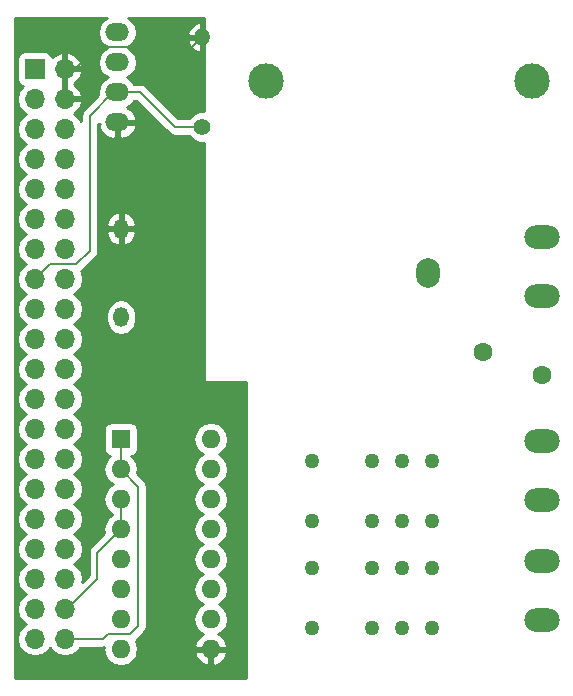
<source format=gbr>
G04 #@! TF.FileFunction,Copper,L2,Bot,Signal*
%FSLAX46Y46*%
G04 Gerber Fmt 4.6, Leading zero omitted, Abs format (unit mm)*
G04 Created by KiCad (PCBNEW 4.0.7) date 06/28/18 12:54:00*
%MOMM*%
%LPD*%
G01*
G04 APERTURE LIST*
%ADD10C,0.100000*%
%ADD11C,1.270000*%
%ADD12C,3.000000*%
%ADD13R,1.700000X1.700000*%
%ADD14O,1.700000X1.700000*%
%ADD15O,3.000000X2.000000*%
%ADD16C,1.400000*%
%ADD17O,1.400000X1.400000*%
%ADD18C,1.600000*%
%ADD19O,2.000000X1.500000*%
%ADD20R,1.600000X1.600000*%
%ADD21O,1.600000X1.600000*%
%ADD22O,2.000000X2.500000*%
%ADD23O,1.300000X1.700000*%
%ADD24C,0.200000*%
%ADD25C,0.254000*%
G04 APERTURE END LIST*
D10*
D11*
X60274600Y-79830000D03*
X65354600Y-79830000D03*
X67894600Y-79830000D03*
X70434600Y-79830000D03*
X70434600Y-74750000D03*
X67894600Y-74750000D03*
X65354600Y-74750000D03*
X60274600Y-74750000D03*
X60274600Y-70830000D03*
X65354600Y-70830000D03*
X67894600Y-70830000D03*
X70434600Y-70830000D03*
X70434600Y-65750000D03*
X67894600Y-65750000D03*
X65354600Y-65750000D03*
X60274600Y-65750000D03*
D12*
X78892400Y-33528000D03*
X56392400Y-33528000D03*
D13*
X36830000Y-32512000D03*
D14*
X39370000Y-32512000D03*
X36830000Y-35052000D03*
X39370000Y-35052000D03*
X36830000Y-37592000D03*
X39370000Y-37592000D03*
X36830000Y-40132000D03*
X39370000Y-40132000D03*
X36830000Y-42672000D03*
X39370000Y-42672000D03*
X36830000Y-45212000D03*
X39370000Y-45212000D03*
X36830000Y-47752000D03*
X39370000Y-47752000D03*
X36830000Y-50292000D03*
X39370000Y-50292000D03*
X36830000Y-52832000D03*
X39370000Y-52832000D03*
X36830000Y-55372000D03*
X39370000Y-55372000D03*
X36830000Y-57912000D03*
X39370000Y-57912000D03*
X36830000Y-60452000D03*
X39370000Y-60452000D03*
X36830000Y-62992000D03*
X39370000Y-62992000D03*
X36830000Y-65532000D03*
X39370000Y-65532000D03*
X36830000Y-68072000D03*
X39370000Y-68072000D03*
X36830000Y-70612000D03*
X39370000Y-70612000D03*
X36830000Y-73152000D03*
X39370000Y-73152000D03*
X36830000Y-75692000D03*
X39370000Y-75692000D03*
X36830000Y-78232000D03*
X39370000Y-78232000D03*
X36830000Y-80772000D03*
X39370000Y-80772000D03*
D15*
X79756000Y-79208000D03*
X79756000Y-74208000D03*
X79756000Y-51776000D03*
X79756000Y-46776000D03*
X79756000Y-69048000D03*
X79756000Y-64048000D03*
D16*
X51003200Y-37439600D03*
D17*
X51003200Y-29819600D03*
D18*
X79756000Y-58420000D03*
X74756000Y-56520000D03*
D19*
X43797600Y-37033200D03*
X43797600Y-34493200D03*
X43797600Y-31953200D03*
X43797600Y-29413200D03*
D20*
X44094400Y-63855600D03*
D21*
X51714400Y-81635600D03*
X44094400Y-66395600D03*
X51714400Y-79095600D03*
X44094400Y-68935600D03*
X51714400Y-76555600D03*
X44094400Y-71475600D03*
X51714400Y-74015600D03*
X44094400Y-74015600D03*
X51714400Y-71475600D03*
X44094400Y-76555600D03*
X51714400Y-68935600D03*
X44094400Y-79095600D03*
X51714400Y-66395600D03*
X44094400Y-81635600D03*
X51714400Y-63855600D03*
D22*
X70116000Y-49784000D03*
D23*
X44116000Y-46034000D03*
X44116000Y-53534000D03*
D24*
X39370000Y-32512000D02*
X40182800Y-32512000D01*
X40182800Y-32512000D02*
X42011600Y-30683200D01*
X42011600Y-30683200D02*
X50139600Y-30683200D01*
X50139600Y-30683200D02*
X51003200Y-29819600D01*
X51003200Y-37439600D02*
X48666400Y-37439600D01*
X45720000Y-34493200D02*
X43434000Y-34493200D01*
X48666400Y-37439600D02*
X45720000Y-34493200D01*
X43434000Y-34493200D02*
X41452800Y-36474400D01*
X41452800Y-36474400D02*
X41452800Y-47904400D01*
X41452800Y-47904400D02*
X40335200Y-49022000D01*
X40335200Y-49022000D02*
X38100000Y-49022000D01*
X38100000Y-49022000D02*
X36830000Y-50292000D01*
X39370000Y-78232000D02*
X39573200Y-78232000D01*
X39573200Y-78232000D02*
X42113200Y-75692000D01*
X42113200Y-75692000D02*
X42113200Y-73456800D01*
X42113200Y-73456800D02*
X44094400Y-71475600D01*
X44094400Y-71475600D02*
X44094400Y-68935600D01*
X39370000Y-80772000D02*
X42570400Y-80772000D01*
X45567600Y-67868800D02*
X44094400Y-66395600D01*
X45567600Y-79705200D02*
X45567600Y-67868800D01*
X44907200Y-80365600D02*
X45567600Y-79705200D01*
X42976800Y-80365600D02*
X44907200Y-80365600D01*
X42570400Y-80772000D02*
X42976800Y-80365600D01*
X44094400Y-66395600D02*
X44094400Y-63855600D01*
D25*
G36*
X42536225Y-28433857D02*
X42235995Y-28883183D01*
X42130568Y-29413200D01*
X42235995Y-29943217D01*
X42536225Y-30392543D01*
X42971224Y-30683200D01*
X42536225Y-30973857D01*
X42235995Y-31423183D01*
X42130568Y-31953200D01*
X42235995Y-32483217D01*
X42536225Y-32932543D01*
X42971224Y-33223200D01*
X42536225Y-33513857D01*
X42235995Y-33963183D01*
X42130568Y-34493200D01*
X42174366Y-34713387D01*
X40933077Y-35954677D01*
X40773749Y-36193128D01*
X40717800Y-36474400D01*
X40717800Y-36944015D01*
X40449147Y-36541946D01*
X40108447Y-36314298D01*
X40251358Y-36247183D01*
X40641645Y-35818924D01*
X40811476Y-35408890D01*
X40690155Y-35179000D01*
X39497000Y-35179000D01*
X39497000Y-35199000D01*
X39243000Y-35199000D01*
X39243000Y-35179000D01*
X39223000Y-35179000D01*
X39223000Y-34925000D01*
X39243000Y-34925000D01*
X39243000Y-32639000D01*
X39497000Y-32639000D01*
X39497000Y-34925000D01*
X40690155Y-34925000D01*
X40811476Y-34695110D01*
X40641645Y-34285076D01*
X40251358Y-33856817D01*
X40092046Y-33782000D01*
X40251358Y-33707183D01*
X40641645Y-33278924D01*
X40811476Y-32868890D01*
X40690155Y-32639000D01*
X39497000Y-32639000D01*
X39243000Y-32639000D01*
X39223000Y-32639000D01*
X39223000Y-32385000D01*
X39243000Y-32385000D01*
X39243000Y-31191181D01*
X39497000Y-31191181D01*
X39497000Y-32385000D01*
X40690155Y-32385000D01*
X40811476Y-32155110D01*
X40641645Y-31745076D01*
X40251358Y-31316817D01*
X39726892Y-31070514D01*
X39497000Y-31191181D01*
X39243000Y-31191181D01*
X39013108Y-31070514D01*
X38488642Y-31316817D01*
X38301192Y-31522504D01*
X38283162Y-31426683D01*
X38144090Y-31210559D01*
X37931890Y-31065569D01*
X37680000Y-31014560D01*
X35980000Y-31014560D01*
X35744683Y-31058838D01*
X35528559Y-31197910D01*
X35383569Y-31410110D01*
X35332560Y-31662000D01*
X35332560Y-33362000D01*
X35376838Y-33597317D01*
X35515910Y-33813441D01*
X35728110Y-33958431D01*
X35795541Y-33972086D01*
X35750853Y-34001946D01*
X35428946Y-34483715D01*
X35315907Y-35052000D01*
X35428946Y-35620285D01*
X35750853Y-36102054D01*
X36080026Y-36322000D01*
X35750853Y-36541946D01*
X35428946Y-37023715D01*
X35315907Y-37592000D01*
X35428946Y-38160285D01*
X35750853Y-38642054D01*
X36080026Y-38862000D01*
X35750853Y-39081946D01*
X35428946Y-39563715D01*
X35315907Y-40132000D01*
X35428946Y-40700285D01*
X35750853Y-41182054D01*
X36080026Y-41402000D01*
X35750853Y-41621946D01*
X35428946Y-42103715D01*
X35315907Y-42672000D01*
X35428946Y-43240285D01*
X35750853Y-43722054D01*
X36080026Y-43942000D01*
X35750853Y-44161946D01*
X35428946Y-44643715D01*
X35315907Y-45212000D01*
X35428946Y-45780285D01*
X35750853Y-46262054D01*
X36080026Y-46482000D01*
X35750853Y-46701946D01*
X35428946Y-47183715D01*
X35315907Y-47752000D01*
X35428946Y-48320285D01*
X35750853Y-48802054D01*
X36080026Y-49022000D01*
X35750853Y-49241946D01*
X35428946Y-49723715D01*
X35315907Y-50292000D01*
X35428946Y-50860285D01*
X35750853Y-51342054D01*
X36080026Y-51562000D01*
X35750853Y-51781946D01*
X35428946Y-52263715D01*
X35315907Y-52832000D01*
X35428946Y-53400285D01*
X35750853Y-53882054D01*
X36080026Y-54102000D01*
X35750853Y-54321946D01*
X35428946Y-54803715D01*
X35315907Y-55372000D01*
X35428946Y-55940285D01*
X35750853Y-56422054D01*
X36080026Y-56642000D01*
X35750853Y-56861946D01*
X35428946Y-57343715D01*
X35315907Y-57912000D01*
X35428946Y-58480285D01*
X35750853Y-58962054D01*
X36080026Y-59182000D01*
X35750853Y-59401946D01*
X35428946Y-59883715D01*
X35315907Y-60452000D01*
X35428946Y-61020285D01*
X35750853Y-61502054D01*
X36080026Y-61722000D01*
X35750853Y-61941946D01*
X35428946Y-62423715D01*
X35315907Y-62992000D01*
X35428946Y-63560285D01*
X35750853Y-64042054D01*
X36080026Y-64262000D01*
X35750853Y-64481946D01*
X35428946Y-64963715D01*
X35315907Y-65532000D01*
X35428946Y-66100285D01*
X35750853Y-66582054D01*
X36080026Y-66802000D01*
X35750853Y-67021946D01*
X35428946Y-67503715D01*
X35315907Y-68072000D01*
X35428946Y-68640285D01*
X35750853Y-69122054D01*
X36080026Y-69342000D01*
X35750853Y-69561946D01*
X35428946Y-70043715D01*
X35315907Y-70612000D01*
X35428946Y-71180285D01*
X35750853Y-71662054D01*
X36080026Y-71882000D01*
X35750853Y-72101946D01*
X35428946Y-72583715D01*
X35315907Y-73152000D01*
X35428946Y-73720285D01*
X35750853Y-74202054D01*
X36080026Y-74422000D01*
X35750853Y-74641946D01*
X35428946Y-75123715D01*
X35315907Y-75692000D01*
X35428946Y-76260285D01*
X35750853Y-76742054D01*
X36080026Y-76962000D01*
X35750853Y-77181946D01*
X35428946Y-77663715D01*
X35315907Y-78232000D01*
X35428946Y-78800285D01*
X35750853Y-79282054D01*
X36080026Y-79502000D01*
X35750853Y-79721946D01*
X35428946Y-80203715D01*
X35315907Y-80772000D01*
X35428946Y-81340285D01*
X35750853Y-81822054D01*
X36232622Y-82143961D01*
X36800907Y-82257000D01*
X36859093Y-82257000D01*
X37427378Y-82143961D01*
X37909147Y-81822054D01*
X38100000Y-81536422D01*
X38290853Y-81822054D01*
X38772622Y-82143961D01*
X39340907Y-82257000D01*
X39399093Y-82257000D01*
X39967378Y-82143961D01*
X40449147Y-81822054D01*
X40659659Y-81507000D01*
X42570400Y-81507000D01*
X42660429Y-81489092D01*
X42631287Y-81635600D01*
X42740520Y-82184751D01*
X43051589Y-82650298D01*
X43517136Y-82961367D01*
X44066287Y-83070600D01*
X44122513Y-83070600D01*
X44671664Y-82961367D01*
X45137211Y-82650298D01*
X45448280Y-82184751D01*
X45488084Y-81984639D01*
X50322496Y-81984639D01*
X50483359Y-82373023D01*
X50859266Y-82787989D01*
X51365359Y-83027514D01*
X51587400Y-82906229D01*
X51587400Y-81762600D01*
X51841400Y-81762600D01*
X51841400Y-82906229D01*
X52063441Y-83027514D01*
X52569534Y-82787989D01*
X52945441Y-82373023D01*
X53106304Y-81984639D01*
X52984315Y-81762600D01*
X51841400Y-81762600D01*
X51587400Y-81762600D01*
X50444485Y-81762600D01*
X50322496Y-81984639D01*
X45488084Y-81984639D01*
X45557513Y-81635600D01*
X45448280Y-81086449D01*
X45348780Y-80937537D01*
X45426923Y-80885323D01*
X46087324Y-80224923D01*
X46246651Y-79986472D01*
X46302600Y-79705200D01*
X46302600Y-67868800D01*
X46246651Y-67587528D01*
X46246651Y-67587527D01*
X46087323Y-67349076D01*
X45487222Y-66748976D01*
X45557513Y-66395600D01*
X45448280Y-65846449D01*
X45137211Y-65380902D01*
X44992935Y-65284499D01*
X45129717Y-65258762D01*
X45345841Y-65119690D01*
X45490831Y-64907490D01*
X45541840Y-64655600D01*
X45541840Y-63855600D01*
X50251287Y-63855600D01*
X50360520Y-64404751D01*
X50671589Y-64870298D01*
X51053675Y-65125600D01*
X50671589Y-65380902D01*
X50360520Y-65846449D01*
X50251287Y-66395600D01*
X50360520Y-66944751D01*
X50671589Y-67410298D01*
X51053675Y-67665600D01*
X50671589Y-67920902D01*
X50360520Y-68386449D01*
X50251287Y-68935600D01*
X50360520Y-69484751D01*
X50671589Y-69950298D01*
X51053675Y-70205600D01*
X50671589Y-70460902D01*
X50360520Y-70926449D01*
X50251287Y-71475600D01*
X50360520Y-72024751D01*
X50671589Y-72490298D01*
X51053675Y-72745600D01*
X50671589Y-73000902D01*
X50360520Y-73466449D01*
X50251287Y-74015600D01*
X50360520Y-74564751D01*
X50671589Y-75030298D01*
X51053675Y-75285600D01*
X50671589Y-75540902D01*
X50360520Y-76006449D01*
X50251287Y-76555600D01*
X50360520Y-77104751D01*
X50671589Y-77570298D01*
X51053675Y-77825600D01*
X50671589Y-78080902D01*
X50360520Y-78546449D01*
X50251287Y-79095600D01*
X50360520Y-79644751D01*
X50671589Y-80110298D01*
X51076103Y-80380586D01*
X50859266Y-80483211D01*
X50483359Y-80898177D01*
X50322496Y-81286561D01*
X50444485Y-81508600D01*
X51587400Y-81508600D01*
X51587400Y-81488600D01*
X51841400Y-81488600D01*
X51841400Y-81508600D01*
X52984315Y-81508600D01*
X53106304Y-81286561D01*
X52945441Y-80898177D01*
X52569534Y-80483211D01*
X52352697Y-80380586D01*
X52757211Y-80110298D01*
X53068280Y-79644751D01*
X53177513Y-79095600D01*
X53068280Y-78546449D01*
X52757211Y-78080902D01*
X52375125Y-77825600D01*
X52757211Y-77570298D01*
X53068280Y-77104751D01*
X53177513Y-76555600D01*
X53068280Y-76006449D01*
X52757211Y-75540902D01*
X52375125Y-75285600D01*
X52757211Y-75030298D01*
X53068280Y-74564751D01*
X53177513Y-74015600D01*
X53068280Y-73466449D01*
X52757211Y-73000902D01*
X52375125Y-72745600D01*
X52757211Y-72490298D01*
X53068280Y-72024751D01*
X53177513Y-71475600D01*
X53068280Y-70926449D01*
X52757211Y-70460902D01*
X52375125Y-70205600D01*
X52757211Y-69950298D01*
X53068280Y-69484751D01*
X53177513Y-68935600D01*
X53068280Y-68386449D01*
X52757211Y-67920902D01*
X52375125Y-67665600D01*
X52757211Y-67410298D01*
X53068280Y-66944751D01*
X53177513Y-66395600D01*
X53068280Y-65846449D01*
X52757211Y-65380902D01*
X52375125Y-65125600D01*
X52757211Y-64870298D01*
X53068280Y-64404751D01*
X53177513Y-63855600D01*
X53068280Y-63306449D01*
X52757211Y-62840902D01*
X52291664Y-62529833D01*
X51742513Y-62420600D01*
X51686287Y-62420600D01*
X51137136Y-62529833D01*
X50671589Y-62840902D01*
X50360520Y-63306449D01*
X50251287Y-63855600D01*
X45541840Y-63855600D01*
X45541840Y-63055600D01*
X45497562Y-62820283D01*
X45358490Y-62604159D01*
X45146290Y-62459169D01*
X44894400Y-62408160D01*
X43294400Y-62408160D01*
X43059083Y-62452438D01*
X42842959Y-62591510D01*
X42697969Y-62803710D01*
X42646960Y-63055600D01*
X42646960Y-64655600D01*
X42691238Y-64890917D01*
X42830310Y-65107041D01*
X43042510Y-65252031D01*
X43197489Y-65283415D01*
X43051589Y-65380902D01*
X42740520Y-65846449D01*
X42631287Y-66395600D01*
X42740520Y-66944751D01*
X43051589Y-67410298D01*
X43433675Y-67665600D01*
X43051589Y-67920902D01*
X42740520Y-68386449D01*
X42631287Y-68935600D01*
X42740520Y-69484751D01*
X43051589Y-69950298D01*
X43359400Y-70155971D01*
X43359400Y-70255229D01*
X43051589Y-70460902D01*
X42740520Y-70926449D01*
X42631287Y-71475600D01*
X42701578Y-71828976D01*
X41593477Y-72937077D01*
X41434149Y-73175528D01*
X41378200Y-73456800D01*
X41378200Y-75387553D01*
X40837000Y-75928754D01*
X40884093Y-75692000D01*
X40771054Y-75123715D01*
X40449147Y-74641946D01*
X40119974Y-74422000D01*
X40449147Y-74202054D01*
X40771054Y-73720285D01*
X40884093Y-73152000D01*
X40771054Y-72583715D01*
X40449147Y-72101946D01*
X40119974Y-71882000D01*
X40449147Y-71662054D01*
X40771054Y-71180285D01*
X40884093Y-70612000D01*
X40771054Y-70043715D01*
X40449147Y-69561946D01*
X40119974Y-69342000D01*
X40449147Y-69122054D01*
X40771054Y-68640285D01*
X40884093Y-68072000D01*
X40771054Y-67503715D01*
X40449147Y-67021946D01*
X40119974Y-66802000D01*
X40449147Y-66582054D01*
X40771054Y-66100285D01*
X40884093Y-65532000D01*
X40771054Y-64963715D01*
X40449147Y-64481946D01*
X40119974Y-64262000D01*
X40449147Y-64042054D01*
X40771054Y-63560285D01*
X40884093Y-62992000D01*
X40771054Y-62423715D01*
X40449147Y-61941946D01*
X40119974Y-61722000D01*
X40449147Y-61502054D01*
X40771054Y-61020285D01*
X40884093Y-60452000D01*
X40771054Y-59883715D01*
X40449147Y-59401946D01*
X40119974Y-59182000D01*
X40449147Y-58962054D01*
X40771054Y-58480285D01*
X40884093Y-57912000D01*
X40771054Y-57343715D01*
X40449147Y-56861946D01*
X40119974Y-56642000D01*
X40449147Y-56422054D01*
X40771054Y-55940285D01*
X40884093Y-55372000D01*
X40771054Y-54803715D01*
X40449147Y-54321946D01*
X40119974Y-54102000D01*
X40449147Y-53882054D01*
X40771054Y-53400285D01*
X40799971Y-53254907D01*
X42881000Y-53254907D01*
X42881000Y-53813093D01*
X42975009Y-54285707D01*
X43242723Y-54686370D01*
X43643386Y-54954084D01*
X44116000Y-55048093D01*
X44588614Y-54954084D01*
X44989277Y-54686370D01*
X45256991Y-54285707D01*
X45351000Y-53813093D01*
X45351000Y-53254907D01*
X45256991Y-52782293D01*
X44989277Y-52381630D01*
X44588614Y-52113916D01*
X44116000Y-52019907D01*
X43643386Y-52113916D01*
X43242723Y-52381630D01*
X42975009Y-52782293D01*
X42881000Y-53254907D01*
X40799971Y-53254907D01*
X40884093Y-52832000D01*
X40771054Y-52263715D01*
X40449147Y-51781946D01*
X40119974Y-51562000D01*
X40449147Y-51342054D01*
X40771054Y-50860285D01*
X40884093Y-50292000D01*
X40771054Y-49723715D01*
X40712872Y-49636639D01*
X40854923Y-49541723D01*
X41972523Y-48424124D01*
X42131851Y-48185672D01*
X42187800Y-47904400D01*
X42187800Y-46356696D01*
X42870744Y-46356696D01*
X42993353Y-46827701D01*
X43286875Y-47215933D01*
X43706624Y-47462286D01*
X43798391Y-47477462D01*
X43989000Y-47352731D01*
X43989000Y-46161000D01*
X44243000Y-46161000D01*
X44243000Y-47352731D01*
X44433609Y-47477462D01*
X44525376Y-47462286D01*
X44945125Y-47215933D01*
X45238647Y-46827701D01*
X45361256Y-46356696D01*
X45198547Y-46161000D01*
X44243000Y-46161000D01*
X43989000Y-46161000D01*
X43033453Y-46161000D01*
X42870744Y-46356696D01*
X42187800Y-46356696D01*
X42187800Y-45711304D01*
X42870744Y-45711304D01*
X43033453Y-45907000D01*
X43989000Y-45907000D01*
X43989000Y-44715269D01*
X44243000Y-44715269D01*
X44243000Y-45907000D01*
X45198547Y-45907000D01*
X45361256Y-45711304D01*
X45238647Y-45240299D01*
X44945125Y-44852067D01*
X44525376Y-44605714D01*
X44433609Y-44590538D01*
X44243000Y-44715269D01*
X43989000Y-44715269D01*
X43798391Y-44590538D01*
X43706624Y-44605714D01*
X43286875Y-44852067D01*
X42993353Y-45240299D01*
X42870744Y-45711304D01*
X42187800Y-45711304D01*
X42187800Y-37160202D01*
X42327943Y-37160202D01*
X42205282Y-37374385D01*
X42224119Y-37477435D01*
X42494864Y-37950094D01*
X42925879Y-38283164D01*
X43451545Y-38425939D01*
X43670600Y-38265068D01*
X43670600Y-37160200D01*
X43924600Y-37160200D01*
X43924600Y-38265068D01*
X44143655Y-38425939D01*
X44669321Y-38283164D01*
X45100336Y-37950094D01*
X45371081Y-37477435D01*
X45389918Y-37374385D01*
X45267256Y-37160200D01*
X43924600Y-37160200D01*
X43670600Y-37160200D01*
X43650600Y-37160200D01*
X43650600Y-36906200D01*
X43670600Y-36906200D01*
X43670600Y-36886200D01*
X43924600Y-36886200D01*
X43924600Y-36906200D01*
X45267256Y-36906200D01*
X45389918Y-36692015D01*
X45371081Y-36588965D01*
X45100336Y-36116306D01*
X44669321Y-35783236D01*
X44615761Y-35768689D01*
X45058975Y-35472543D01*
X45222240Y-35228200D01*
X45415554Y-35228200D01*
X48146677Y-37959324D01*
X48385128Y-38118651D01*
X48666400Y-38174600D01*
X49862424Y-38174600D01*
X49870782Y-38194829D01*
X50245996Y-38570698D01*
X50736487Y-38774368D01*
X51181000Y-38774756D01*
X51181000Y-58928000D01*
X51191006Y-58977410D01*
X51219447Y-59019035D01*
X51261841Y-59046315D01*
X51308000Y-59055000D01*
X54737000Y-59055000D01*
X54737000Y-84075200D01*
X35152400Y-84075200D01*
X35152400Y-28192800D01*
X42896992Y-28192800D01*
X42536225Y-28433857D01*
X42536225Y-28433857D01*
G37*
X42536225Y-28433857D02*
X42235995Y-28883183D01*
X42130568Y-29413200D01*
X42235995Y-29943217D01*
X42536225Y-30392543D01*
X42971224Y-30683200D01*
X42536225Y-30973857D01*
X42235995Y-31423183D01*
X42130568Y-31953200D01*
X42235995Y-32483217D01*
X42536225Y-32932543D01*
X42971224Y-33223200D01*
X42536225Y-33513857D01*
X42235995Y-33963183D01*
X42130568Y-34493200D01*
X42174366Y-34713387D01*
X40933077Y-35954677D01*
X40773749Y-36193128D01*
X40717800Y-36474400D01*
X40717800Y-36944015D01*
X40449147Y-36541946D01*
X40108447Y-36314298D01*
X40251358Y-36247183D01*
X40641645Y-35818924D01*
X40811476Y-35408890D01*
X40690155Y-35179000D01*
X39497000Y-35179000D01*
X39497000Y-35199000D01*
X39243000Y-35199000D01*
X39243000Y-35179000D01*
X39223000Y-35179000D01*
X39223000Y-34925000D01*
X39243000Y-34925000D01*
X39243000Y-32639000D01*
X39497000Y-32639000D01*
X39497000Y-34925000D01*
X40690155Y-34925000D01*
X40811476Y-34695110D01*
X40641645Y-34285076D01*
X40251358Y-33856817D01*
X40092046Y-33782000D01*
X40251358Y-33707183D01*
X40641645Y-33278924D01*
X40811476Y-32868890D01*
X40690155Y-32639000D01*
X39497000Y-32639000D01*
X39243000Y-32639000D01*
X39223000Y-32639000D01*
X39223000Y-32385000D01*
X39243000Y-32385000D01*
X39243000Y-31191181D01*
X39497000Y-31191181D01*
X39497000Y-32385000D01*
X40690155Y-32385000D01*
X40811476Y-32155110D01*
X40641645Y-31745076D01*
X40251358Y-31316817D01*
X39726892Y-31070514D01*
X39497000Y-31191181D01*
X39243000Y-31191181D01*
X39013108Y-31070514D01*
X38488642Y-31316817D01*
X38301192Y-31522504D01*
X38283162Y-31426683D01*
X38144090Y-31210559D01*
X37931890Y-31065569D01*
X37680000Y-31014560D01*
X35980000Y-31014560D01*
X35744683Y-31058838D01*
X35528559Y-31197910D01*
X35383569Y-31410110D01*
X35332560Y-31662000D01*
X35332560Y-33362000D01*
X35376838Y-33597317D01*
X35515910Y-33813441D01*
X35728110Y-33958431D01*
X35795541Y-33972086D01*
X35750853Y-34001946D01*
X35428946Y-34483715D01*
X35315907Y-35052000D01*
X35428946Y-35620285D01*
X35750853Y-36102054D01*
X36080026Y-36322000D01*
X35750853Y-36541946D01*
X35428946Y-37023715D01*
X35315907Y-37592000D01*
X35428946Y-38160285D01*
X35750853Y-38642054D01*
X36080026Y-38862000D01*
X35750853Y-39081946D01*
X35428946Y-39563715D01*
X35315907Y-40132000D01*
X35428946Y-40700285D01*
X35750853Y-41182054D01*
X36080026Y-41402000D01*
X35750853Y-41621946D01*
X35428946Y-42103715D01*
X35315907Y-42672000D01*
X35428946Y-43240285D01*
X35750853Y-43722054D01*
X36080026Y-43942000D01*
X35750853Y-44161946D01*
X35428946Y-44643715D01*
X35315907Y-45212000D01*
X35428946Y-45780285D01*
X35750853Y-46262054D01*
X36080026Y-46482000D01*
X35750853Y-46701946D01*
X35428946Y-47183715D01*
X35315907Y-47752000D01*
X35428946Y-48320285D01*
X35750853Y-48802054D01*
X36080026Y-49022000D01*
X35750853Y-49241946D01*
X35428946Y-49723715D01*
X35315907Y-50292000D01*
X35428946Y-50860285D01*
X35750853Y-51342054D01*
X36080026Y-51562000D01*
X35750853Y-51781946D01*
X35428946Y-52263715D01*
X35315907Y-52832000D01*
X35428946Y-53400285D01*
X35750853Y-53882054D01*
X36080026Y-54102000D01*
X35750853Y-54321946D01*
X35428946Y-54803715D01*
X35315907Y-55372000D01*
X35428946Y-55940285D01*
X35750853Y-56422054D01*
X36080026Y-56642000D01*
X35750853Y-56861946D01*
X35428946Y-57343715D01*
X35315907Y-57912000D01*
X35428946Y-58480285D01*
X35750853Y-58962054D01*
X36080026Y-59182000D01*
X35750853Y-59401946D01*
X35428946Y-59883715D01*
X35315907Y-60452000D01*
X35428946Y-61020285D01*
X35750853Y-61502054D01*
X36080026Y-61722000D01*
X35750853Y-61941946D01*
X35428946Y-62423715D01*
X35315907Y-62992000D01*
X35428946Y-63560285D01*
X35750853Y-64042054D01*
X36080026Y-64262000D01*
X35750853Y-64481946D01*
X35428946Y-64963715D01*
X35315907Y-65532000D01*
X35428946Y-66100285D01*
X35750853Y-66582054D01*
X36080026Y-66802000D01*
X35750853Y-67021946D01*
X35428946Y-67503715D01*
X35315907Y-68072000D01*
X35428946Y-68640285D01*
X35750853Y-69122054D01*
X36080026Y-69342000D01*
X35750853Y-69561946D01*
X35428946Y-70043715D01*
X35315907Y-70612000D01*
X35428946Y-71180285D01*
X35750853Y-71662054D01*
X36080026Y-71882000D01*
X35750853Y-72101946D01*
X35428946Y-72583715D01*
X35315907Y-73152000D01*
X35428946Y-73720285D01*
X35750853Y-74202054D01*
X36080026Y-74422000D01*
X35750853Y-74641946D01*
X35428946Y-75123715D01*
X35315907Y-75692000D01*
X35428946Y-76260285D01*
X35750853Y-76742054D01*
X36080026Y-76962000D01*
X35750853Y-77181946D01*
X35428946Y-77663715D01*
X35315907Y-78232000D01*
X35428946Y-78800285D01*
X35750853Y-79282054D01*
X36080026Y-79502000D01*
X35750853Y-79721946D01*
X35428946Y-80203715D01*
X35315907Y-80772000D01*
X35428946Y-81340285D01*
X35750853Y-81822054D01*
X36232622Y-82143961D01*
X36800907Y-82257000D01*
X36859093Y-82257000D01*
X37427378Y-82143961D01*
X37909147Y-81822054D01*
X38100000Y-81536422D01*
X38290853Y-81822054D01*
X38772622Y-82143961D01*
X39340907Y-82257000D01*
X39399093Y-82257000D01*
X39967378Y-82143961D01*
X40449147Y-81822054D01*
X40659659Y-81507000D01*
X42570400Y-81507000D01*
X42660429Y-81489092D01*
X42631287Y-81635600D01*
X42740520Y-82184751D01*
X43051589Y-82650298D01*
X43517136Y-82961367D01*
X44066287Y-83070600D01*
X44122513Y-83070600D01*
X44671664Y-82961367D01*
X45137211Y-82650298D01*
X45448280Y-82184751D01*
X45488084Y-81984639D01*
X50322496Y-81984639D01*
X50483359Y-82373023D01*
X50859266Y-82787989D01*
X51365359Y-83027514D01*
X51587400Y-82906229D01*
X51587400Y-81762600D01*
X51841400Y-81762600D01*
X51841400Y-82906229D01*
X52063441Y-83027514D01*
X52569534Y-82787989D01*
X52945441Y-82373023D01*
X53106304Y-81984639D01*
X52984315Y-81762600D01*
X51841400Y-81762600D01*
X51587400Y-81762600D01*
X50444485Y-81762600D01*
X50322496Y-81984639D01*
X45488084Y-81984639D01*
X45557513Y-81635600D01*
X45448280Y-81086449D01*
X45348780Y-80937537D01*
X45426923Y-80885323D01*
X46087324Y-80224923D01*
X46246651Y-79986472D01*
X46302600Y-79705200D01*
X46302600Y-67868800D01*
X46246651Y-67587528D01*
X46246651Y-67587527D01*
X46087323Y-67349076D01*
X45487222Y-66748976D01*
X45557513Y-66395600D01*
X45448280Y-65846449D01*
X45137211Y-65380902D01*
X44992935Y-65284499D01*
X45129717Y-65258762D01*
X45345841Y-65119690D01*
X45490831Y-64907490D01*
X45541840Y-64655600D01*
X45541840Y-63855600D01*
X50251287Y-63855600D01*
X50360520Y-64404751D01*
X50671589Y-64870298D01*
X51053675Y-65125600D01*
X50671589Y-65380902D01*
X50360520Y-65846449D01*
X50251287Y-66395600D01*
X50360520Y-66944751D01*
X50671589Y-67410298D01*
X51053675Y-67665600D01*
X50671589Y-67920902D01*
X50360520Y-68386449D01*
X50251287Y-68935600D01*
X50360520Y-69484751D01*
X50671589Y-69950298D01*
X51053675Y-70205600D01*
X50671589Y-70460902D01*
X50360520Y-70926449D01*
X50251287Y-71475600D01*
X50360520Y-72024751D01*
X50671589Y-72490298D01*
X51053675Y-72745600D01*
X50671589Y-73000902D01*
X50360520Y-73466449D01*
X50251287Y-74015600D01*
X50360520Y-74564751D01*
X50671589Y-75030298D01*
X51053675Y-75285600D01*
X50671589Y-75540902D01*
X50360520Y-76006449D01*
X50251287Y-76555600D01*
X50360520Y-77104751D01*
X50671589Y-77570298D01*
X51053675Y-77825600D01*
X50671589Y-78080902D01*
X50360520Y-78546449D01*
X50251287Y-79095600D01*
X50360520Y-79644751D01*
X50671589Y-80110298D01*
X51076103Y-80380586D01*
X50859266Y-80483211D01*
X50483359Y-80898177D01*
X50322496Y-81286561D01*
X50444485Y-81508600D01*
X51587400Y-81508600D01*
X51587400Y-81488600D01*
X51841400Y-81488600D01*
X51841400Y-81508600D01*
X52984315Y-81508600D01*
X53106304Y-81286561D01*
X52945441Y-80898177D01*
X52569534Y-80483211D01*
X52352697Y-80380586D01*
X52757211Y-80110298D01*
X53068280Y-79644751D01*
X53177513Y-79095600D01*
X53068280Y-78546449D01*
X52757211Y-78080902D01*
X52375125Y-77825600D01*
X52757211Y-77570298D01*
X53068280Y-77104751D01*
X53177513Y-76555600D01*
X53068280Y-76006449D01*
X52757211Y-75540902D01*
X52375125Y-75285600D01*
X52757211Y-75030298D01*
X53068280Y-74564751D01*
X53177513Y-74015600D01*
X53068280Y-73466449D01*
X52757211Y-73000902D01*
X52375125Y-72745600D01*
X52757211Y-72490298D01*
X53068280Y-72024751D01*
X53177513Y-71475600D01*
X53068280Y-70926449D01*
X52757211Y-70460902D01*
X52375125Y-70205600D01*
X52757211Y-69950298D01*
X53068280Y-69484751D01*
X53177513Y-68935600D01*
X53068280Y-68386449D01*
X52757211Y-67920902D01*
X52375125Y-67665600D01*
X52757211Y-67410298D01*
X53068280Y-66944751D01*
X53177513Y-66395600D01*
X53068280Y-65846449D01*
X52757211Y-65380902D01*
X52375125Y-65125600D01*
X52757211Y-64870298D01*
X53068280Y-64404751D01*
X53177513Y-63855600D01*
X53068280Y-63306449D01*
X52757211Y-62840902D01*
X52291664Y-62529833D01*
X51742513Y-62420600D01*
X51686287Y-62420600D01*
X51137136Y-62529833D01*
X50671589Y-62840902D01*
X50360520Y-63306449D01*
X50251287Y-63855600D01*
X45541840Y-63855600D01*
X45541840Y-63055600D01*
X45497562Y-62820283D01*
X45358490Y-62604159D01*
X45146290Y-62459169D01*
X44894400Y-62408160D01*
X43294400Y-62408160D01*
X43059083Y-62452438D01*
X42842959Y-62591510D01*
X42697969Y-62803710D01*
X42646960Y-63055600D01*
X42646960Y-64655600D01*
X42691238Y-64890917D01*
X42830310Y-65107041D01*
X43042510Y-65252031D01*
X43197489Y-65283415D01*
X43051589Y-65380902D01*
X42740520Y-65846449D01*
X42631287Y-66395600D01*
X42740520Y-66944751D01*
X43051589Y-67410298D01*
X43433675Y-67665600D01*
X43051589Y-67920902D01*
X42740520Y-68386449D01*
X42631287Y-68935600D01*
X42740520Y-69484751D01*
X43051589Y-69950298D01*
X43359400Y-70155971D01*
X43359400Y-70255229D01*
X43051589Y-70460902D01*
X42740520Y-70926449D01*
X42631287Y-71475600D01*
X42701578Y-71828976D01*
X41593477Y-72937077D01*
X41434149Y-73175528D01*
X41378200Y-73456800D01*
X41378200Y-75387553D01*
X40837000Y-75928754D01*
X40884093Y-75692000D01*
X40771054Y-75123715D01*
X40449147Y-74641946D01*
X40119974Y-74422000D01*
X40449147Y-74202054D01*
X40771054Y-73720285D01*
X40884093Y-73152000D01*
X40771054Y-72583715D01*
X40449147Y-72101946D01*
X40119974Y-71882000D01*
X40449147Y-71662054D01*
X40771054Y-71180285D01*
X40884093Y-70612000D01*
X40771054Y-70043715D01*
X40449147Y-69561946D01*
X40119974Y-69342000D01*
X40449147Y-69122054D01*
X40771054Y-68640285D01*
X40884093Y-68072000D01*
X40771054Y-67503715D01*
X40449147Y-67021946D01*
X40119974Y-66802000D01*
X40449147Y-66582054D01*
X40771054Y-66100285D01*
X40884093Y-65532000D01*
X40771054Y-64963715D01*
X40449147Y-64481946D01*
X40119974Y-64262000D01*
X40449147Y-64042054D01*
X40771054Y-63560285D01*
X40884093Y-62992000D01*
X40771054Y-62423715D01*
X40449147Y-61941946D01*
X40119974Y-61722000D01*
X40449147Y-61502054D01*
X40771054Y-61020285D01*
X40884093Y-60452000D01*
X40771054Y-59883715D01*
X40449147Y-59401946D01*
X40119974Y-59182000D01*
X40449147Y-58962054D01*
X40771054Y-58480285D01*
X40884093Y-57912000D01*
X40771054Y-57343715D01*
X40449147Y-56861946D01*
X40119974Y-56642000D01*
X40449147Y-56422054D01*
X40771054Y-55940285D01*
X40884093Y-55372000D01*
X40771054Y-54803715D01*
X40449147Y-54321946D01*
X40119974Y-54102000D01*
X40449147Y-53882054D01*
X40771054Y-53400285D01*
X40799971Y-53254907D01*
X42881000Y-53254907D01*
X42881000Y-53813093D01*
X42975009Y-54285707D01*
X43242723Y-54686370D01*
X43643386Y-54954084D01*
X44116000Y-55048093D01*
X44588614Y-54954084D01*
X44989277Y-54686370D01*
X45256991Y-54285707D01*
X45351000Y-53813093D01*
X45351000Y-53254907D01*
X45256991Y-52782293D01*
X44989277Y-52381630D01*
X44588614Y-52113916D01*
X44116000Y-52019907D01*
X43643386Y-52113916D01*
X43242723Y-52381630D01*
X42975009Y-52782293D01*
X42881000Y-53254907D01*
X40799971Y-53254907D01*
X40884093Y-52832000D01*
X40771054Y-52263715D01*
X40449147Y-51781946D01*
X40119974Y-51562000D01*
X40449147Y-51342054D01*
X40771054Y-50860285D01*
X40884093Y-50292000D01*
X40771054Y-49723715D01*
X40712872Y-49636639D01*
X40854923Y-49541723D01*
X41972523Y-48424124D01*
X42131851Y-48185672D01*
X42187800Y-47904400D01*
X42187800Y-46356696D01*
X42870744Y-46356696D01*
X42993353Y-46827701D01*
X43286875Y-47215933D01*
X43706624Y-47462286D01*
X43798391Y-47477462D01*
X43989000Y-47352731D01*
X43989000Y-46161000D01*
X44243000Y-46161000D01*
X44243000Y-47352731D01*
X44433609Y-47477462D01*
X44525376Y-47462286D01*
X44945125Y-47215933D01*
X45238647Y-46827701D01*
X45361256Y-46356696D01*
X45198547Y-46161000D01*
X44243000Y-46161000D01*
X43989000Y-46161000D01*
X43033453Y-46161000D01*
X42870744Y-46356696D01*
X42187800Y-46356696D01*
X42187800Y-45711304D01*
X42870744Y-45711304D01*
X43033453Y-45907000D01*
X43989000Y-45907000D01*
X43989000Y-44715269D01*
X44243000Y-44715269D01*
X44243000Y-45907000D01*
X45198547Y-45907000D01*
X45361256Y-45711304D01*
X45238647Y-45240299D01*
X44945125Y-44852067D01*
X44525376Y-44605714D01*
X44433609Y-44590538D01*
X44243000Y-44715269D01*
X43989000Y-44715269D01*
X43798391Y-44590538D01*
X43706624Y-44605714D01*
X43286875Y-44852067D01*
X42993353Y-45240299D01*
X42870744Y-45711304D01*
X42187800Y-45711304D01*
X42187800Y-37160202D01*
X42327943Y-37160202D01*
X42205282Y-37374385D01*
X42224119Y-37477435D01*
X42494864Y-37950094D01*
X42925879Y-38283164D01*
X43451545Y-38425939D01*
X43670600Y-38265068D01*
X43670600Y-37160200D01*
X43924600Y-37160200D01*
X43924600Y-38265068D01*
X44143655Y-38425939D01*
X44669321Y-38283164D01*
X45100336Y-37950094D01*
X45371081Y-37477435D01*
X45389918Y-37374385D01*
X45267256Y-37160200D01*
X43924600Y-37160200D01*
X43670600Y-37160200D01*
X43650600Y-37160200D01*
X43650600Y-36906200D01*
X43670600Y-36906200D01*
X43670600Y-36886200D01*
X43924600Y-36886200D01*
X43924600Y-36906200D01*
X45267256Y-36906200D01*
X45389918Y-36692015D01*
X45371081Y-36588965D01*
X45100336Y-36116306D01*
X44669321Y-35783236D01*
X44615761Y-35768689D01*
X45058975Y-35472543D01*
X45222240Y-35228200D01*
X45415554Y-35228200D01*
X48146677Y-37959324D01*
X48385128Y-38118651D01*
X48666400Y-38174600D01*
X49862424Y-38174600D01*
X49870782Y-38194829D01*
X50245996Y-38570698D01*
X50736487Y-38774368D01*
X51181000Y-38774756D01*
X51181000Y-58928000D01*
X51191006Y-58977410D01*
X51219447Y-59019035D01*
X51261841Y-59046315D01*
X51308000Y-59055000D01*
X54737000Y-59055000D01*
X54737000Y-84075200D01*
X35152400Y-84075200D01*
X35152400Y-28192800D01*
X42896992Y-28192800D01*
X42536225Y-28433857D01*
G36*
X51181000Y-28619858D02*
X51130200Y-28650226D01*
X51130200Y-29692600D01*
X51150200Y-29692600D01*
X51150200Y-29946600D01*
X51130200Y-29946600D01*
X51130200Y-30988974D01*
X51181000Y-31019342D01*
X51181000Y-36104754D01*
X50738817Y-36104369D01*
X50247971Y-36307182D01*
X49872102Y-36682396D01*
X49862882Y-36704600D01*
X48970847Y-36704600D01*
X46239723Y-33973477D01*
X46001272Y-33814149D01*
X45997713Y-33813441D01*
X45720000Y-33758200D01*
X45222240Y-33758200D01*
X45058975Y-33513857D01*
X44623976Y-33223200D01*
X45058975Y-32932543D01*
X45359205Y-32483217D01*
X45464632Y-31953200D01*
X45359205Y-31423183D01*
X45058975Y-30973857D01*
X44623976Y-30683200D01*
X45058975Y-30392543D01*
X45219078Y-30152931D01*
X49710473Y-30152931D01*
X49936436Y-30622263D01*
X50324804Y-30969397D01*
X50669871Y-31112316D01*
X50876200Y-30988974D01*
X50876200Y-29946600D01*
X49832994Y-29946600D01*
X49710473Y-30152931D01*
X45219078Y-30152931D01*
X45359205Y-29943217D01*
X45450097Y-29486269D01*
X49710473Y-29486269D01*
X49832994Y-29692600D01*
X50876200Y-29692600D01*
X50876200Y-28650226D01*
X50669871Y-28526884D01*
X50324804Y-28669803D01*
X49936436Y-29016937D01*
X49710473Y-29486269D01*
X45450097Y-29486269D01*
X45464632Y-29413200D01*
X45359205Y-28883183D01*
X45058975Y-28433857D01*
X44698208Y-28192800D01*
X51181000Y-28192800D01*
X51181000Y-28619858D01*
X51181000Y-28619858D01*
G37*
X51181000Y-28619858D02*
X51130200Y-28650226D01*
X51130200Y-29692600D01*
X51150200Y-29692600D01*
X51150200Y-29946600D01*
X51130200Y-29946600D01*
X51130200Y-30988974D01*
X51181000Y-31019342D01*
X51181000Y-36104754D01*
X50738817Y-36104369D01*
X50247971Y-36307182D01*
X49872102Y-36682396D01*
X49862882Y-36704600D01*
X48970847Y-36704600D01*
X46239723Y-33973477D01*
X46001272Y-33814149D01*
X45997713Y-33813441D01*
X45720000Y-33758200D01*
X45222240Y-33758200D01*
X45058975Y-33513857D01*
X44623976Y-33223200D01*
X45058975Y-32932543D01*
X45359205Y-32483217D01*
X45464632Y-31953200D01*
X45359205Y-31423183D01*
X45058975Y-30973857D01*
X44623976Y-30683200D01*
X45058975Y-30392543D01*
X45219078Y-30152931D01*
X49710473Y-30152931D01*
X49936436Y-30622263D01*
X50324804Y-30969397D01*
X50669871Y-31112316D01*
X50876200Y-30988974D01*
X50876200Y-29946600D01*
X49832994Y-29946600D01*
X49710473Y-30152931D01*
X45219078Y-30152931D01*
X45359205Y-29943217D01*
X45450097Y-29486269D01*
X49710473Y-29486269D01*
X49832994Y-29692600D01*
X50876200Y-29692600D01*
X50876200Y-28650226D01*
X50669871Y-28526884D01*
X50324804Y-28669803D01*
X49936436Y-29016937D01*
X49710473Y-29486269D01*
X45450097Y-29486269D01*
X45464632Y-29413200D01*
X45359205Y-28883183D01*
X45058975Y-28433857D01*
X44698208Y-28192800D01*
X51181000Y-28192800D01*
X51181000Y-28619858D01*
M02*

</source>
